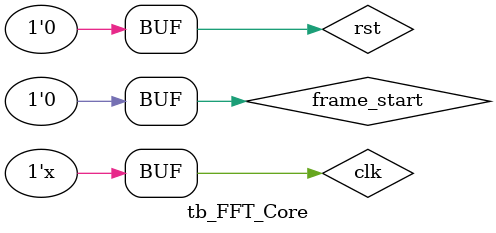
<source format=v>
`timescale 1ns / 1ps

module tb_FFT_Core;

reg clk;
reg rst;
reg frame_start;
wire fft_done;
wire [9:0] rom_addr;
wire [23:0] rom_data;
wire [9:0] fft_real_addr;
wire [9:0] fft_imag_addr;
wire [23:0] fft_real_out;
wire [23:0] fft_imag_out;

FFT_Core core(
    .clk(clk),
    .rst(rst),
    
    .frame_start(frame_start),
    .fft_done(fft_done),

    .cb_dout(rom_data),
    .cb_addr_out(rom_addr), 

    .fft_real_addr(fft_real_addr),
    .fft_imag_addr(fft_imag_addr),
    .fft_real_out(fft_real_out),
    .fft_imag_out(fft_imag_out)
    );


test_rom #(
    .FILE("test_input.txt")
)
test_input_rom (
    .clk(clk),
    .addr(rom_addr),
    .dout(rom_data)
    );

initial
begin
    clk = 1;
    rst = 1;
    #100 rst = 0;
    #10 frame_start = 1;
    #10 frame_start = 0;
end

always #5 clk <= ~clk;



endmodule
</source>
